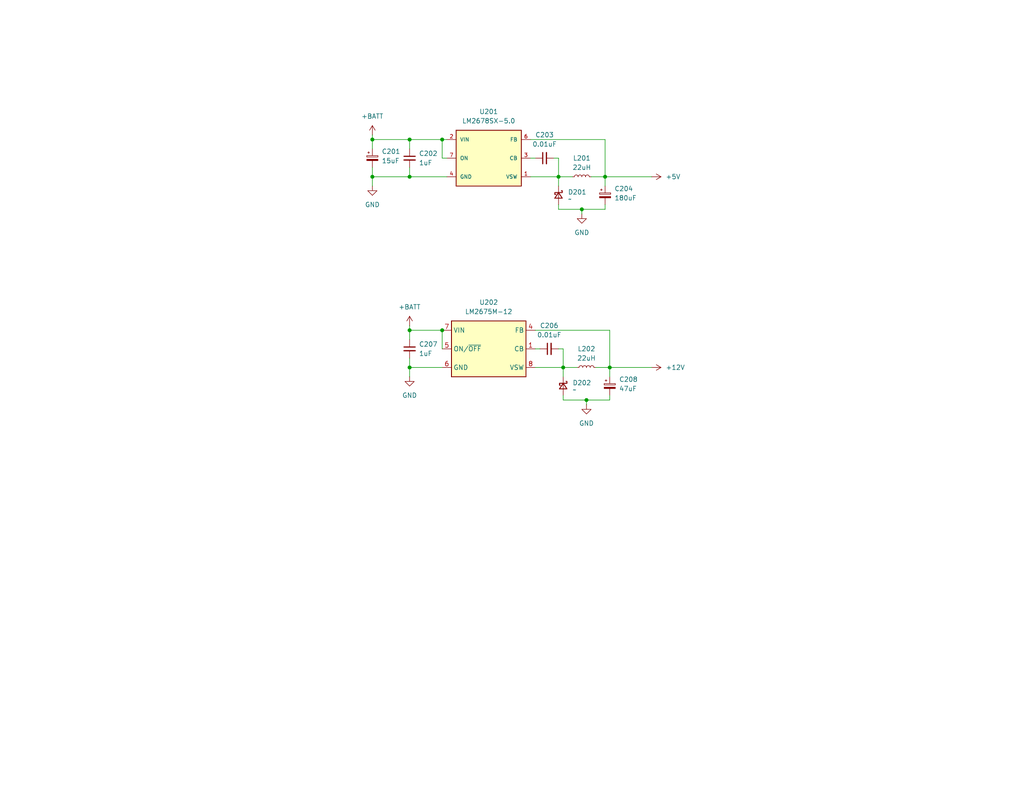
<source format=kicad_sch>
(kicad_sch (version 20250114) (generator "eeschema") (generator_version "9.0")
  (paper "USLetter")
  (title_block (title "Cyclops (Team 30)") (date "2025-11-28") (rev "1.2") (company "Concordia University, Department of Electrical and Computer Engineering"))
  (lib_symbols
    (symbol "Device:C_Polarized_Small" (pin_numbers (hide yes)) (pin_names (offset 0.254) (hide yes))
      (property "Reference" "C" (at 0.254 1.778 0))
      (property "Value" "C_Polarized_Small" (at 0.254 -2.032 0))
      (symbol "C_Polarized_Small_0_1"
        (rectangle (start -1.524 0.6858) (end 1.524 0.3048))
        (rectangle (start -1.524 -0.3048) (end 1.524 -0.6858) (fill (type outline)))
        (polyline (pts (xy -1.27 1.524) (xy -0.762 1.524)))
        (polyline (pts (xy -1.016 1.27) (xy -1.016 1.778)))
      )
      (symbol "C_Polarized_Small_1_1"
        (pin passive line (at 0 2.54 270) (length 1.8542) (name "~") (number "1"))
        (pin passive line (at 0 -2.54 90) (length 1.8542) (name "~") (number "2"))
      )
    )
    (symbol "Device:C_Small" (pin_numbers (hide yes)) (pin_names (offset 0.254) (hide yes))
      (property "Reference" "C" (at 0.254 1.778 0))
      (property "Value" "C_Small" (at 0.254 -2.032 0))
      (symbol "C_Small_0_1"
        (polyline (pts (xy -1.524 0.508) (xy 1.524 0.508)) (stroke (width 0.3048)))
        (polyline (pts (xy -1.524 -0.508) (xy 1.524 -0.508)) (stroke (width 0.3302)))
      )
      (symbol "C_Small_1_1"
        (pin passive line (at 0 2.54 270) (length 2.032) (name "~") (number "1"))
        (pin passive line (at 0 -2.54 90) (length 2.032) (name "~") (number "2"))
      )
    )
    (symbol "Device:D_Schottky_Small" (pin_numbers (hide yes)) (pin_names (offset 0.254) (hide yes))
      (property "Reference" "D" (at -1.27 2.032 0))
      (property "Value" "D_Schottky_Small" (at -7.112 -2.032 0))
      (symbol "D_Schottky_Small_0_1"
        (polyline (pts (xy -1.27 0.762) (xy -1.27 1.016) (xy -0.762 1.016) (xy -0.762 -1.016) (xy -0.254 -1.016) (xy -0.254 -0.762)) (stroke (width 0.254)))
        (polyline (pts (xy -0.762 0) (xy 0.762 0)))
        (polyline (pts (xy 0.762 -1.016) (xy -0.762 0) (xy 0.762 1.016) (xy 0.762 -1.016)) (stroke (width 0.254)))
      )
      (symbol "D_Schottky_Small_1_1"
        (pin passive line (at -2.54 0 0) (length 1.778) (name "K") (number "1"))
        (pin passive line (at 2.54 0 180) (length 1.778) (name "A") (number "2"))
      )
    )
    (symbol "Device:L_Small" (pin_numbers (hide yes)) (pin_names (offset 0.254) (hide yes))
      (property "Reference" "L" (at 0.762 1.016 0))
      (property "Value" "L_Small" (at 0.762 -1.016 0))
      (symbol "L_Small_0_1"
        (arc (start 0 2.032) (mid 0.5058 1.524) (end 0 1.016))
        (arc (start 0 1.016) (mid 0.5058 0.508) (end 0 0))
        (arc (start 0 0) (mid 0.5058 -0.508) (end 0 -1.016))
        (arc (start 0 -1.016) (mid 0.5058 -1.524) (end 0 -2.032))
      )
      (symbol "L_Small_1_1"
        (pin passive line (at 0 2.54 270) (length 0.508) (name "~") (number "1"))
        (pin passive line (at 0 -2.54 90) (length 0.508) (name "~") (number "2"))
      )
    )
    (symbol "LM2678:LM2678" (pin_names (offset 1.016))
      (property "Reference" "IC" (at -7.62 8.28 0))
      (property "Value" "LM2678" (at -7.62 -10.16 0))
      (symbol "LM2678_0_0"
        (rectangle (start -7.62 -7.62) (end 10.16 7.62) (stroke (width 0.254)) (fill (type background)))
        (pin power_in line (at -10.16 5.08 0) (length 2.54) (name "VIN") (number "2"))
        (pin passive line (at -10.16 0 0) (length 2.54) (name "ON") (number "7"))
        (pin power_in line (at -10.16 -5.08 0) (length 2.54) (name "GND") (number "4"))
        (pin input line (at 12.7 5.08 180) (length 2.54) (name "FB") (number "6"))
        (pin input line (at 12.7 0 180) (length 2.54) (name "CB") (number "3"))
        (pin output line (at 12.7 -5.08 180) (length 2.54) (name "VSW") (number "1"))
      )
    )
    (symbol "Regulator_Switching:LM2675M-12"
      (property "Reference" "U201" (at 0 12.7 0))
      (property "Value" "LM2675M-12" (at 0 10.16 0))
      (symbol "LM2675M-12_0_1"
        (rectangle (start -10.16 7.62) (end 10.16 -7.62) (stroke (width 0.254)) (fill (type background)))
      )
      (symbol "LM2675M-12_1_1"
        (pin power_in line (at -12.7 5.08 0) (length 2.54) (name "VIN") (number "7"))
        (pin input line (at -12.7 0 0) (length 2.54) (name "ON/~{OFF}") (number "5"))
        (pin power_in line (at -12.7 -5.08 0) (length 2.54) (name "GND") (number "6"))
        (pin no_connect line (at -10.16 -2.54 0) (length 2.54) (hide yes) (name "NC") (number "2"))
        (pin no_connect line (at -10.16 -5.08 0) (length 2.54) (hide yes) (name "NC") (number "3"))
        (pin input line (at 12.7 5.08 180) (length 2.54) (name "FB") (number "4"))
        (pin input line (at 12.7 0 180) (length 2.54) (name "CB") (number "1"))
        (pin output line (at 12.7 -5.08 180) (length 2.54) (name "VSW") (number "8"))
      )
    )
    (symbol "power:+12V" (power) (pin_numbers (hide yes)) (pin_names (offset 0) (hide yes))
      (property "Value" "+12V" (at 0 3.556 0))
      (symbol "+12V_0_1"
        (polyline (pts (xy -0.762 1.27) (xy 0 2.54)))
        (polyline (pts (xy 0 2.54) (xy 0.762 1.27)))
        (polyline (pts (xy 0 0) (xy 0 2.54)))
      )
      (symbol "+12V_1_1"
        (pin power_in line (at 0 0 90) (length 0) (name "~") (number "1"))
      )
    )
    (symbol "power:+5V" (power) (pin_numbers (hide yes)) (pin_names (offset 0) (hide yes))
      (property "Value" "+5V" (at 0 3.556 0))
      (symbol "+5V_0_1"
        (polyline (pts (xy -0.762 1.27) (xy 0 2.54)))
        (polyline (pts (xy 0 2.54) (xy 0.762 1.27)))
        (polyline (pts (xy 0 0) (xy 0 2.54)))
      )
      (symbol "+5V_1_1"
        (pin power_in line (at 0 0 90) (length 0) (name "~") (number "1"))
      )
    )
    (symbol "power:+BATT" (power) (pin_numbers (hide yes)) (pin_names (offset 0) (hide yes))
      (property "Value" "+BATT" (at 0 3.556 0))
      (symbol "+BATT_0_1"
        (polyline (pts (xy -0.762 1.27) (xy 0 2.54)))
        (polyline (pts (xy 0 2.54) (xy 0.762 1.27)))
        (polyline (pts (xy 0 0) (xy 0 2.54)))
      )
      (symbol "+BATT_1_1"
        (pin power_in line (at 0 0 90) (length 0) (name "~") (number "1"))
      )
    )
    (symbol "power:GND" (power) (pin_numbers (hide yes)) (pin_names (offset 0) (hide yes))
      (property "Value" "GND" (at 0 -3.81 0))
      (symbol "GND_0_1"
        (polyline (pts (xy 0 0) (xy 0 -1.27) (xy 1.27 -1.27) (xy 0 -2.54) (xy -1.27 -1.27) (xy 0 -1.27)))
      )
      (symbol "GND_1_1"
        (pin power_in line (at 0 0 270) (length 0) (name "~") (number "1"))
      )
    )
  )
  (junction (at 158.75 57.15))
  (junction (at 160.02 109.22))
  (junction (at 152.4 48.26))
  (junction (at 165.1 48.26))
  (junction (at 101.6 48.26))
  (junction (at 120.65 38.1))
  (junction (at 111.76 48.26))
  (junction (at 111.76 90.17))
  (junction (at 101.6 38.1))
  (junction (at 111.76 38.1))
  (junction (at 111.76 100.33))
  (junction (at 166.37 100.33))
  (junction (at 120.65 90.17))
  (junction (at 153.67 100.33))
  (wire (pts (xy 111.76 88.9) (xy 111.76 90.17)))
  (wire (pts (xy 166.37 109.22) (xy 160.02 109.22)))
  (wire (pts (xy 101.6 36.83) (xy 101.6 38.1)))
  (wire (pts (xy 165.1 48.26) (xy 177.8 48.26)))
  (wire (pts (xy 120.65 38.1) (xy 120.65 43.18)))
  (wire (pts (xy 160.02 109.22) (xy 160.02 110.49)))
  (wire (pts (xy 144.78 48.26) (xy 152.4 48.26)))
  (wire (pts (xy 166.37 90.17) (xy 166.37 100.33)))
  (wire (pts (xy 152.4 55.88) (xy 152.4 57.15)))
  (wire (pts (xy 111.76 45.72) (xy 111.76 48.26)))
  (wire (pts (xy 146.05 100.33) (xy 153.67 100.33)))
  (wire (pts (xy 101.6 38.1) (xy 111.76 38.1)))
  (wire (pts (xy 156.21 48.26) (xy 152.4 48.26)))
  (wire (pts (xy 152.4 43.18) (xy 152.4 48.26)))
  (wire (pts (xy 111.76 90.17) (xy 120.65 90.17)))
  (wire (pts (xy 166.37 107.95) (xy 166.37 109.22)))
  (wire (pts (xy 158.75 57.15) (xy 152.4 57.15)))
  (wire (pts (xy 158.75 57.15) (xy 158.75 58.42)))
  (wire (pts (xy 165.1 48.26) (xy 165.1 50.8)))
  (wire (pts (xy 101.6 45.72) (xy 101.6 48.26)))
  (wire (pts (xy 152.4 48.26) (xy 152.4 50.8)))
  (wire (pts (xy 166.37 100.33) (xy 166.37 102.87)))
  (wire (pts (xy 144.78 38.1) (xy 165.1 38.1)))
  (wire (pts (xy 120.65 90.17) (xy 120.65 95.25)))
  (wire (pts (xy 146.05 90.17) (xy 166.37 90.17)))
  (wire (pts (xy 111.76 97.79) (xy 111.76 100.33)))
  (wire (pts (xy 101.6 38.1) (xy 101.6 40.64)))
  (wire (pts (xy 157.48 100.33) (xy 153.67 100.33)))
  (wire (pts (xy 166.37 100.33) (xy 177.8 100.33)))
  (wire (pts (xy 111.76 90.17) (xy 111.76 92.71)))
  (wire (pts (xy 111.76 38.1) (xy 120.65 38.1)))
  (wire (pts (xy 153.67 95.25) (xy 153.67 100.33)))
  (wire (pts (xy 147.32 95.25) (xy 146.05 95.25)))
  (wire (pts (xy 121.92 48.26) (xy 111.76 48.26)))
  (wire (pts (xy 160.02 109.22) (xy 153.67 109.22)))
  (wire (pts (xy 152.4 95.25) (xy 153.67 95.25)))
  (wire (pts (xy 111.76 38.1) (xy 111.76 40.64)))
  (wire (pts (xy 165.1 38.1) (xy 165.1 48.26)))
  (wire (pts (xy 146.05 43.18) (xy 144.78 43.18)))
  (wire (pts (xy 153.67 107.95) (xy 153.67 109.22)))
  (wire (pts (xy 121.92 38.1) (xy 120.65 38.1)))
  (wire (pts (xy 165.1 57.15) (xy 158.75 57.15)))
  (wire (pts (xy 161.29 48.26) (xy 165.1 48.26)))
  (wire (pts (xy 111.76 100.33) (xy 111.76 102.87)))
  (wire (pts (xy 162.56 100.33) (xy 166.37 100.33)))
  (wire (pts (xy 111.76 100.33) (xy 120.65 100.33)))
  (wire (pts (xy 121.92 43.18) (xy 120.65 43.18)))
  (wire (pts (xy 165.1 55.88) (xy 165.1 57.15)))
  (wire (pts (xy 151.13 43.18) (xy 152.4 43.18)))
  (wire (pts (xy 101.6 48.26) (xy 111.76 48.26)))
  (wire (pts (xy 101.6 48.26) (xy 101.6 50.8)))
  (wire (pts (xy 153.67 100.33) (xy 153.67 102.87)))
  (symbol (lib_id "power:+BATT") (at 111.76 88.9 0) (unit 1)
    (property "Reference" "#PWR0205" (effects (hide yes)))
    (property "Value" "+BATT" (at 111.76 83.82 0))
    (property "Description" "Power symbol creates a global label with name \"+BATT\"" (effects (hide yes)))
  )
  (symbol (lib_id "Device:C_Polarized_Small") (at 166.37 105.41 0) (unit 1)
    (property "Reference" "C208" (at 168.91 103.5938 0) (effects (justify left)))
    (property "Value" "47uF" (at 168.91 106.1338 0) (effects (justify left)))
    (property "Footprint" "Capacitor_SMD:C_1206_3216Metric_Pad1.33x1.80mm_HandSolder" (effects (hide yes)))
    (property "Description" "Polarized capacitor, small symbol" (effects (hide yes)))
  )
  (symbol (lib_id "Device:C_Small") (at 111.76 43.18 0) (unit 1)
    (property "Reference" "C202" (at 114.3 41.9162 0) (effects (justify left)))
    (property "Value" "1uF" (at 114.3 44.4562 0) (effects (justify left)))
    (property "Footprint" "Capacitor_SMD:C_1206_3216Metric_Pad1.33x1.80mm_HandSolder" (effects (hide yes)))
    (property "Description" "Unpolarized capacitor, small symbol" (effects (hide yes)))
  )
  (symbol (lib_id "LM2678:LM2678") (at 132.08 43.18 0) (unit 1)
    (property "Reference" "U201" (at 133.35 30.48 0))
    (property "Value" "LM2678SX-5.0" (at 133.35 33.02 0))
    (property "Footprint" "Package_TO_SOT_SMD:TO-263-7_TabPin4" (effects (hide yes)))
    (property "MF" "Texas Instruments" (effects (hide yes)))
    (property "Description_1" "LM2678 SIMPLE SWITCHER High Efficiency 5A Step-Down Voltage Regulator" (effects (hide yes)))
    (property "Package" "None" (effects (hide yes)))
    (property "Price" "None" (effects (hide yes)))
    (property "SnapEDA_Link" "https://www.snapeda.com/parts/LM2678/Texas+Instruments/view-part/?ref=snap" (effects (hide yes)))
    (property "MP" "LM2678" (effects (hide yes)))
    (property "Availability" "Not in stock" (effects (hide yes)))
    (property "Check_prices" "https://www.snapeda.com/parts/LM2678/Texas+Instruments/view-part/?ref=eda" (effects (hide yes)))
  )
  (symbol (lib_id "Device:D_Schottky_Small") (at 153.67 105.41 270) (unit 1)
    (property "Reference" "D202" (at 156.21 104.5209 90) (effects (justify left)))
    (property "Value" "~" (at 156.21 106.426 90) (effects (justify left)))
    (property "Footprint" "Diode_THT:D_DO-41_SOD81_P10.16mm_Horizontal" (effects (hide yes)))
    (property "Description" "Schottky diode, small symbol" (effects (hide yes)))
  )
  (symbol (lib_id "Device:C_Small") (at 148.59 43.18 90) (unit 1)
    (property "Reference" "C203" (at 148.5963 36.83 90))
    (property "Value" "0.01uF" (at 148.5963 39.37 90))
    (property "Footprint" "Capacitor_SMD:C_1206_3216Metric_Pad1.33x1.80mm_HandSolder" (effects (hide yes)))
    (property "Description" "Unpolarized capacitor, small symbol" (effects (hide yes)))
  )
  (symbol (lib_id "power:GND") (at 111.76 102.87 0) (unit 1)
    (property "Reference" "#PWR0206" (effects (hide yes)))
    (property "Value" "GND" (at 111.76 107.95 0))
    (property "Description" "Power symbol creates a global label with name \"GND\" , ground" (effects (hide yes)))
  )
  (symbol (lib_id "Device:C_Polarized_Small") (at 165.1 53.34 0) (unit 1)
    (property "Reference" "C204" (at 167.64 51.5238 0) (effects (justify left)))
    (property "Value" "180uF" (at 167.64 54.0638 0) (effects (justify left)))
    (property "Footprint" "Capacitor_THT:CP_Radial_D8.0mm_P3.50mm" (effects (hide yes)))
    (property "Description" "Polarized capacitor, small symbol" (effects (hide yes)))
  )
  (symbol (lib_id "power:GND") (at 160.02 110.49 0) (unit 1)
    (property "Reference" "#PWR0207" (effects (hide yes)))
    (property "Value" "GND" (at 160.02 115.57 0))
    (property "Description" "Power symbol creates a global label with name \"GND\" , ground" (effects (hide yes)))
  )
  (symbol (lib_id "Device:C_Polarized_Small") (at 101.6 43.18 0) (unit 1)
    (property "Reference" "C201" (at 104.14 41.3638 0) (effects (justify left)))
    (property "Value" "15uF" (at 104.14 43.9038 0) (effects (justify left)))
    (property "Footprint" "Capacitor_THT:CP_Radial_D5.0mm_P2.50mm" (effects (hide yes)))
    (property "Description" "Polarized capacitor, small symbol" (effects (hide yes)))
  )
  (symbol (lib_id "power:GND") (at 158.75 58.42 0) (unit 1)
    (property "Reference" "#PWR0203" (effects (hide yes)))
    (property "Value" "GND" (at 158.75 63.5 0))
    (property "Description" "Power symbol creates a global label with name \"GND\" , ground" (effects (hide yes)))
  )
  (symbol (lib_id "power:+5V") (at 177.8 48.26 270) (unit 1)
    (property "Reference" "#PWR0204" (effects (hide yes)))
    (property "Value" "+5V" (at 181.61 48.2599 90) (effects (justify left)))
    (property "Description" "Power symbol creates a global label with name \"+5V\"" (effects (hide yes)))
  )
  (symbol (lib_id "Device:L_Small") (at 158.75 48.26 90) (unit 1)
    (property "Reference" "L201" (at 158.75 43.18 90))
    (property "Value" "22uH" (at 158.75 45.72 90))
    (property "Footprint" "Inductor_SMD:L_12x12mm_H4.5mm" (effects (hide yes)))
    (property "Description" "Inductor, small symbol" (effects (hide yes)))
  )
  (symbol (lib_id "power:+12V") (at 177.8 100.33 270) (unit 1)
    (property "Reference" "#PWR0208" (effects (hide yes)))
    (property "Value" "+12V" (at 181.61 100.3299 90) (effects (justify left)))
    (property "Description" "Power symbol creates a global label with name \"+12V\"" (effects (hide yes)))
  )
  (symbol (lib_id "Regulator_Switching:LM2675M-12") (at 133.35 95.25 0) (unit 1)
    (property "Reference" "U202" (at 133.35 82.55 0))
    (property "Value" "LM2675M-12" (at 133.35 85.09 0))
    (property "Footprint" "Package_SO:SOIC-8_3.9x4.9mm_P1.27mm" (effects (hide yes)))
    (property "Datasheet" "http://www.ti.com/lit/ds/symlink/lm2675.pdf" (effects (hide yes)))
    (property "Description" "12V, 1A Step-Down Voltage Regulator, SO-8" (effects (hide yes)))
  )
  (symbol (lib_id "power:GND") (at 101.6 50.8 0) (unit 1)
    (property "Reference" "#PWR0202" (effects (hide yes)))
    (property "Value" "GND" (at 101.6 55.88 0))
    (property "Description" "Power symbol creates a global label with name \"GND\" , ground" (effects (hide yes)))
  )
  (symbol (lib_id "Device:C_Small") (at 149.86 95.25 90) (unit 1)
    (property "Reference" "C206" (at 149.8663 88.9 90))
    (property "Value" "0.01uF" (at 149.8663 91.44 90))
    (property "Footprint" "Capacitor_SMD:C_1206_3216Metric_Pad1.33x1.80mm_HandSolder" (effects (hide yes)))
    (property "Description" "Unpolarized capacitor, small symbol" (effects (hide yes)))
  )
  (symbol (lib_id "power:+BATT") (at 101.6 36.83 0) (unit 1)
    (property "Reference" "#PWR0201" (effects (hide yes)))
    (property "Value" "+BATT" (at 101.6 31.75 0))
    (property "Description" "Power symbol creates a global label with name \"+BATT\"" (effects (hide yes)))
  )
  (symbol (lib_id "Device:C_Small") (at 111.76 95.25 0) (unit 1)
    (property "Reference" "C207" (at 114.3 93.9862 0) (effects (justify left)))
    (property "Value" "1uF" (at 114.3 96.5262 0) (effects (justify left)))
    (property "Footprint" "Capacitor_SMD:C_1206_3216Metric_Pad1.33x1.80mm_HandSolder" (effects (hide yes)))
    (property "Description" "Unpolarized capacitor, small symbol" (effects (hide yes)))
  )
  (symbol (lib_id "Device:D_Schottky_Small") (at 152.4 53.34 270) (unit 1)
    (property "Reference" "D201" (at 154.94 52.4509 90) (effects (justify left)))
    (property "Value" "~" (at 154.94 54.356 90) (effects (justify left)))
    (property "Footprint" "Diode_THT:D_DO-41_SOD81_P10.16mm_Horizontal" (effects (hide yes)))
    (property "Description" "Schottky diode, small symbol" (effects (hide yes)))
  )
  (symbol (lib_id "Device:L_Small") (at 160.02 100.33 90) (unit 1)
    (property "Reference" "L202" (at 160.02 95.25 90))
    (property "Value" "22uH" (at 160.02 97.79 90))
    (property "Footprint" "Inductor_SMD:L_6.3x6.3_H3" (effects (hide yes)))
    (property "Description" "Inductor, small symbol" (effects (hide yes)))
  )
)
</source>
